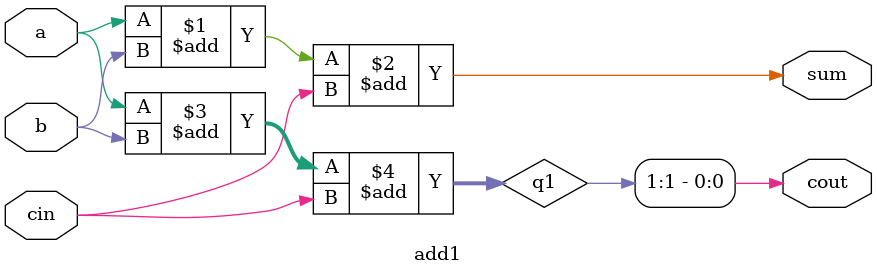
<source format=v>
module top_module (
    input [31:0] a,
    input [31:0] b,
    output [31:0] sum
);
    wire cout1; // 存放中间结果
    wire cout2;
    add16 a1(a[15:0], b[15:0], 0, sum[15:0], cout1);
    add16 a2(a[31:16], b[31:16], cout1, sum[31:16], cout2);

    
endmodule

module add1 (   // 一位加法器
    input a,
    input b,
    input cin,
    output sum,
    output cout
);
    
    assign sum = a + b + cin;
    wire [1: 0] q1 = a + b + cin;
    assign cout = q1[1];

endmodule
</source>
